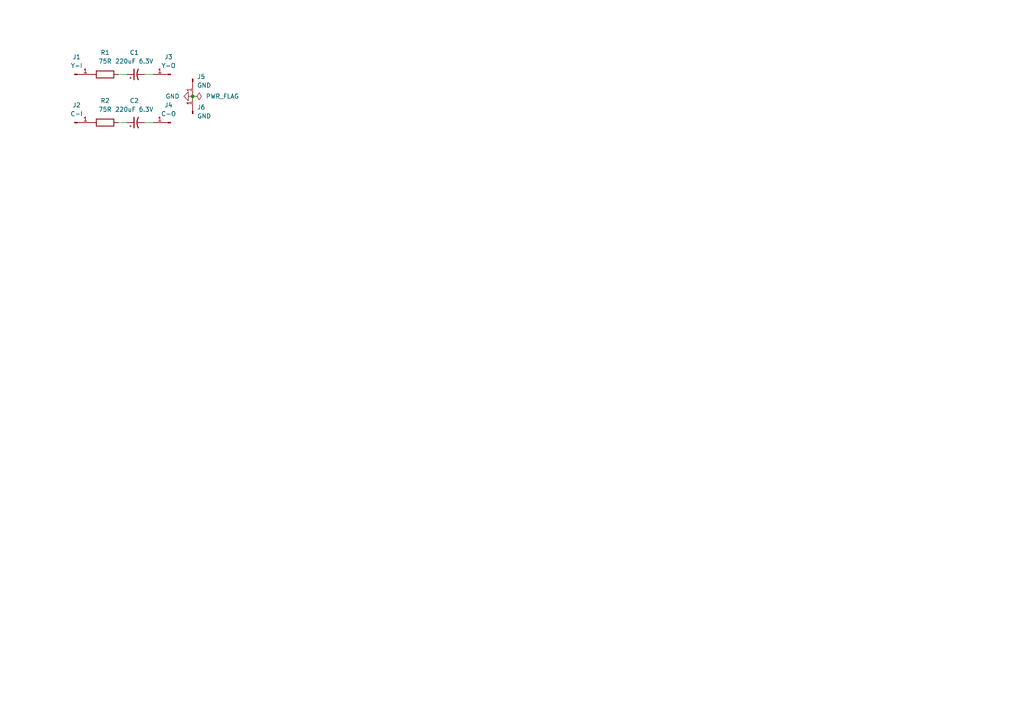
<source format=kicad_sch>
(kicad_sch (version 20230121) (generator eeschema)
  (paper "A4")
  (lib_symbols
    (symbol "Connector:Conn_01x01_Pin" (pin_names (offset 1.016) hide)
      (property "Reference" "J" (at 0 2.54 0))
      (property "Value" "Conn_01x01_Pin" (at 0 -2.54 0))
      (symbol "Conn_01x01_Pin_1_1"
        (polyline (pts (xy 1.27 0) (xy 0.8636 0)) (stroke (width 0.1524)))
        (rectangle (start 0.8636 0.127) (end 0 -0.127) (stroke (width 0.1524)) (fill (type outline)))
        (pin passive line (at 5.08 0 180) (length 3.81) (name "Pin_1") (number "1"))
      )
    )
    (symbol "Device:C_Polarized_Small_US" (pin_numbers hide) (pin_names (offset 0.254) hide)
      (property "Reference" "C" (at 0.254 1.778 0))
      (property "Value" "C_Polarized_Small_US" (at 0.254 -2.032 0))
      (symbol "C_Polarized_Small_US_0_1"
        (polyline (pts (xy -1.524 0.508) (xy 1.524 0.508)) (stroke (width 0.3048)))
        (polyline (pts (xy -1.27 1.524) (xy -0.762 1.524)))
        (polyline (pts (xy -1.016 1.27) (xy -1.016 1.778)))
        (arc (start 1.524 -0.762) (mid 0 -0.3734) (end -1.524 -0.762) (stroke (width 0.3048)))
      )
      (symbol "C_Polarized_Small_US_1_1"
        (pin passive line (at 0 2.54 270) (length 2.032) (name "~") (number "1"))
        (pin passive line (at 0 -2.54 90) (length 2.032) (name "~") (number "2"))
      )
    )
    (symbol "Device:R" (pin_numbers hide) (pin_names (offset 0))
      (property "Reference" "R" (at 2.032 0 90))
      (property "Value" "R" (at 0 0 90))
      (symbol "R_0_1"
        (rectangle (start -1.016 -2.54) (end 1.016 2.54) (stroke (width 0.254)))
      )
      (symbol "R_1_1"
        (pin passive line (at 0 3.81 270) (length 1.27) (name "~") (number "1"))
        (pin passive line (at 0 -3.81 90) (length 1.27) (name "~") (number "2"))
      )
    )
    (symbol "power:GND" (power) (pin_names (offset 0))
      (property "Value" "GND" (at 0 -3.81 0))
      (symbol "GND_0_1"
        (polyline (pts (xy 0 0) (xy 0 -1.27) (xy 1.27 -1.27) (xy 0 -2.54) (xy -1.27 -1.27) (xy 0 -1.27)))
      )
      (symbol "GND_1_1"
        (pin power_in line (at 0 0 270) (length 0) hide (name "GND") (number "1"))
      )
    )
    (symbol "power:PWR_FLAG" (power) (pin_numbers hide) (pin_names (offset 0) hide)
      (property "Value" "PWR_FLAG" (at 0 3.81 0))
      (symbol "PWR_FLAG_0_0"
        (pin power_out line (at 0 0 90) (length 0) (name "pwr") (number "1"))
      )
      (symbol "PWR_FLAG_0_1"
        (polyline (pts (xy 0 0) (xy 0 1.27) (xy -1.016 1.905) (xy 0 2.54) (xy 1.016 1.905) (xy 0 1.27)))
      )
    )
  )
  (junction (at 55.88 27.94))
  (wire (pts (xy 34.29 21.59) (xy 36.83 21.59)))
  (wire (pts (xy 41.91 21.59) (xy 44.45 21.59)))
  (wire (pts (xy 41.91 35.56) (xy 44.45 35.56)))
  (wire (pts (xy 34.29 35.56) (xy 36.83 35.56)))
  (symbol (lib_id "Connector:Conn_01x01_Pin") (at 21.59 21.59 0) (unit 1) (in_bom no)
    (property "Reference" "J1" (at 22.225 16.51 0))
    (property "Value" "Y-I" (at 22.225 19.05 0))
    (property "Footprint" "Connector_Wire:SolderWirePad_1x01_SMD_1x2mm" (effects hide))
  )
  (symbol (lib_id "power:PWR_FLAG") (at 55.88 27.94 270) (unit 1) (in_bom no)
    (property "Reference" "#FLG01" (effects hide))
    (property "Value" "PWR_FLAG" (at 59.69 27.94 90) (effects (justify left)))
  )
  (symbol (lib_id "Connector:Conn_01x01_Pin") (at 49.53 21.59 180) (unit 1) (in_bom no)
    (property "Reference" "J3" (at 48.895 16.51 0))
    (property "Value" "Y-O" (at 48.895 19.05 0))
    (property "Footprint" "Connector_Wire:SolderWirePad_1x01_SMD_1x2mm" (effects hide))
  )
  (symbol (lib_id "Device:R") (at 30.48 35.56 90) (unit 1)
    (property "Reference" "R2" (at 30.48 29.21 90))
    (property "Value" "75R" (at 30.48 31.75 90))
    (property "Footprint" "Resistor_SMD:R_0805_2012Metric" (effects hide))
  )
  (symbol (lib_id "power:GND") (at 55.88 27.94 270) (unit 1) (in_bom no)
    (property "Reference" "#PWR01" (effects hide))
    (property "Value" "GND" (at 52.07 27.94 90) (effects (justify right)))
  )
  (symbol (lib_id "Device:C_Polarized_Small_US") (at 39.37 35.56 90) (unit 1)
    (property "Reference" "C2" (at 38.9382 29.21 90))
    (property "Value" "220uF 6.3V" (at 38.9382 31.75 90))
    (property "Footprint" "Capacitor_Tantalum_SMD:CP_EIA-3528-12_Kemet-T" (effects hide))
  )
  (symbol (lib_id "Connector:Conn_01x01_Pin") (at 49.53 35.56 180) (unit 1) (in_bom no)
    (property "Reference" "J4" (at 48.895 30.48 0))
    (property "Value" "C-O" (at 48.895 33.02 0))
    (property "Footprint" "Connector_Wire:SolderWirePad_1x01_SMD_1x2mm" (effects hide))
  )
  (symbol (lib_id "Connector:Conn_01x01_Pin") (at 21.59 35.56 0) (unit 1) (in_bom no)
    (property "Reference" "J2" (at 22.225 30.48 0))
    (property "Value" "C-I" (at 22.225 33.02 0))
    (property "Footprint" "Connector_Wire:SolderWirePad_1x01_SMD_1x2mm" (effects hide))
  )
  (symbol (lib_id "Connector:Conn_01x01_Pin") (at 55.88 33.02 90) (unit 1) (in_bom no)
    (property "Reference" "J6" (at 57.15 31.115 90) (effects (justify right)))
    (property "Value" "GND" (at 57.15 33.655 90) (effects (justify right)))
    (property "Footprint" "Connector_Wire:SolderWirePad_1x01_SMD_1x2mm" (effects hide))
  )
  (symbol (lib_id "Device:R") (at 30.48 21.59 90) (unit 1)
    (property "Reference" "R1" (at 30.48 15.24 90))
    (property "Value" "75R" (at 30.48 17.78 90))
    (property "Footprint" "Resistor_SMD:R_0805_2012Metric" (effects hide))
  )
  (symbol (lib_id "Device:C_Polarized_Small_US") (at 39.37 21.59 90) (unit 1)
    (property "Reference" "C1" (at 38.9382 15.24 90))
    (property "Value" "220uF 6.3V" (at 38.9382 17.78 90))
    (property "Footprint" "Capacitor_Tantalum_SMD:CP_EIA-3528-12_Kemet-T" (effects hide))
  )
  (symbol (lib_id "Connector:Conn_01x01_Pin") (at 55.88 22.86 270) (unit 1) (in_bom no)
    (property "Reference" "J5" (at 57.15 22.225 90) (effects (justify left)))
    (property "Value" "GND" (at 57.15 24.765 90) (effects (justify left)))
    (property "Footprint" "Connector_Wire:SolderWirePad_1x01_SMD_1x2mm" (effects hide))
  )
)
</source>
